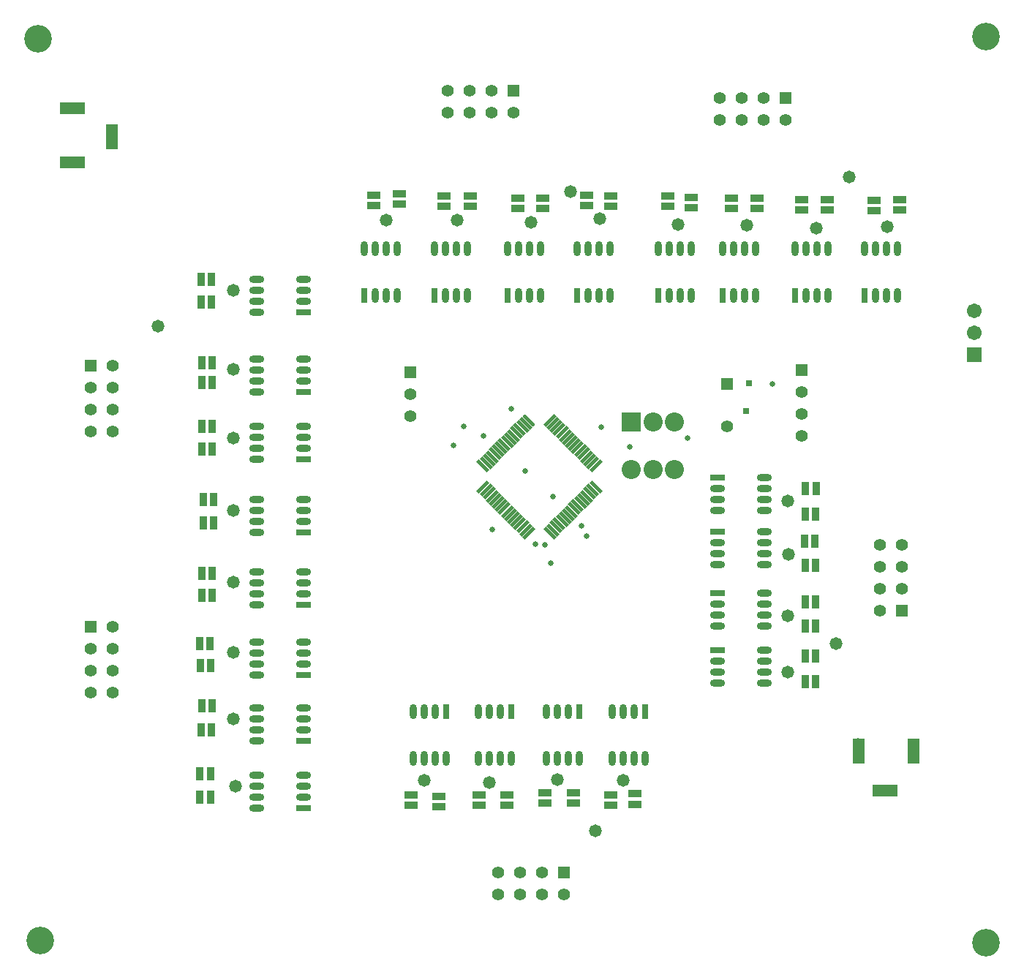
<source format=gts>
%FSTAX23Y23*%
%MOIN*%
%SFA1B1*%

%IPPOS*%
%AMD29*
4,1,4,0.030700,0.018100,0.018100,0.030700,-0.030700,-0.018100,-0.018100,-0.030700,0.030700,0.018100,0.0*
%
%AMD30*
4,1,4,-0.018100,0.030700,-0.030700,0.018100,0.018100,-0.030700,0.030700,-0.018100,-0.018100,0.030700,0.0*
%
%AMD31*
4,1,4,-0.011700,0.024300,-0.024300,0.011700,0.011700,-0.024300,0.024300,-0.011700,-0.011700,0.024300,0.0*
1,1,0.017843,-0.018000,0.018000*
1,1,0.017843,0.018000,-0.018000*
%
%ADD23R,0.059181X0.035559*%
%ADD24R,0.035559X0.059181*%
%ADD25R,0.031622X0.069023*%
%ADD26O,0.031622X0.069023*%
%ADD27R,0.069023X0.031622*%
%ADD28O,0.069023X0.031622*%
G04~CAMADD=29~9~0.0~0.0~178.4~690.2~0.0~0.0~0~0.0~0.0~0.0~0.0~0~0.0~0.0~0.0~0.0~0~0.0~0.0~0.0~315.0~614.0~613.0*
%ADD29D29*%
G04~CAMADD=30~9~0.0~0.0~178.4~690.2~0.0~0.0~0~0.0~0.0~0.0~0.0~0~0.0~0.0~0.0~0.0~0~0.0~0.0~0.0~45.0~614.0~613.0*
%ADD30D30*%
G04~CAMADD=31~3~0.0~0.0~178.4~690.2~0.0~0.0~0~0.0~0.0~0.0~0.0~0~0.0~0.0~0.0~0.0~0~0.0~0.0~0.0~45.0~538.0~538.0*
%ADD31D31*%
%ADD32R,0.031622X0.027685*%
%ADD33R,0.055244X0.055244*%
%ADD34C,0.055244*%
%ADD35R,0.086740X0.086740*%
%ADD36C,0.086740*%
%ADD37C,0.126110*%
%ADD38R,0.067055X0.067055*%
%ADD39C,0.067055*%
%ADD40R,0.114299X0.055244*%
%ADD41R,0.055244X0.114299*%
%ADD42R,0.055244X0.055244*%
%ADD43C,0.026000*%
%ADD44C,0.058000*%
%LNpcb1-1*%
%LPD*%
G54D23*
X0551Y03831D03*
Y03878D03*
X04465Y01143D03*
Y01096D03*
X05915Y03821D03*
Y03868D03*
X0525Y03831D03*
Y03878D03*
X0494Y03821D03*
Y03868D03*
X0514Y03836D03*
Y03883D03*
X0417Y03836D03*
Y03883D03*
X0461Y03831D03*
Y03878D03*
X0449Y03831D03*
Y03878D03*
X04825Y03821D03*
Y03868D03*
X06565Y03816D03*
Y03863D03*
X04285Y03841D03*
Y03888D03*
X0645Y03811D03*
Y03858D03*
X058Y03821D03*
Y03868D03*
X05615Y03826D03*
Y03873D03*
X0612Y03816D03*
Y03863D03*
X06235Y03816D03*
Y03863D03*
X0434Y01148D03*
Y01101D03*
X0465Y0115D03*
Y01102D03*
X0495Y0116D03*
Y01112D03*
X0525Y01148D03*
Y01101D03*
X04775Y0115D03*
Y01102D03*
X0508Y01158D03*
Y01111D03*
X0536Y01155D03*
Y01107D03*
G54D24*
X06136Y0243D03*
X06183D03*
X06137Y02545D03*
X06185D03*
X03425Y0114D03*
X03377D03*
X06135Y02195D03*
X06182D03*
X06131Y02305D03*
X06178D03*
X06136Y0192D03*
X06183D03*
X06135Y0203D03*
X06182D03*
X03422Y0184D03*
X03375D03*
X03432Y0206D03*
X03385D03*
X03432Y0216D03*
X03385D03*
X0343Y01445D03*
X03383D03*
X03425Y0174D03*
X03378D03*
X03438Y0239D03*
X03391D03*
X03433Y0283D03*
X03386D03*
X03433Y0312D03*
X03386D03*
X03425Y01245D03*
X03377D03*
X03432Y01555D03*
X03385D03*
X03438Y02495D03*
X03391D03*
X03433Y02725D03*
X03386D03*
X03433Y0303D03*
X03386D03*
X0343Y03395D03*
X03382D03*
X0343Y035D03*
X03382D03*
X06136Y01782D03*
X06183D03*
X06136Y01665D03*
X06183D03*
G54D25*
X06405Y03427D03*
X05405Y0153D03*
X05105D03*
X04795D03*
X045D03*
X0478Y03427D03*
X05095D03*
X05465D03*
X0576D03*
X04125D03*
X04445D03*
X0609D03*
G54D26*
X06455Y03427D03*
X06505D03*
X06555D03*
X06405Y0364D03*
X06455D03*
X06505D03*
X06555D03*
X05355Y0153D03*
X05305D03*
X05255D03*
X05405Y01317D03*
X05355D03*
X05305D03*
X05255D03*
X05055Y0153D03*
X05005D03*
X04955D03*
X05105Y01317D03*
X05055D03*
X05005D03*
X04955D03*
X04745Y0153D03*
X04695D03*
X04645D03*
X04795Y01317D03*
X04745D03*
X04695D03*
X04645D03*
X0445Y0153D03*
X044D03*
X0435D03*
X045Y01317D03*
X0445D03*
X044D03*
X0435D03*
X0483Y03427D03*
X0488D03*
X0493D03*
X0478Y0364D03*
X0483D03*
X0488D03*
X0493D03*
X05145Y03427D03*
X05195D03*
X05245D03*
X05095Y0364D03*
X05145D03*
X05195D03*
X05245D03*
X05515Y03427D03*
X05565D03*
X05615D03*
X05465Y0364D03*
X05515D03*
X05565D03*
X05615D03*
X0581Y03427D03*
X0586D03*
X0591D03*
X0576Y0364D03*
X0581D03*
X0586D03*
X0591D03*
X04175Y03427D03*
X04225D03*
X04275D03*
X04125Y0364D03*
X04175D03*
X04225D03*
X04275D03*
X04495Y03427D03*
X04545D03*
X04595D03*
X04445Y0364D03*
X04495D03*
X04545D03*
X04595D03*
X0614Y03427D03*
X0619D03*
X0624D03*
X0609Y0364D03*
X0614D03*
X0619D03*
X0624D03*
G54D27*
X05737Y02595D03*
Y0207D03*
Y0181D03*
X0385Y0109D03*
Y01395D03*
Y01695D03*
Y02015D03*
Y02345D03*
Y0268D03*
Y02985D03*
Y0335D03*
X05737Y0235D03*
G54D28*
X05737Y02545D03*
Y02495D03*
Y02445D03*
X0595Y02595D03*
Y02545D03*
Y02495D03*
Y02445D03*
X05737Y0202D03*
Y0197D03*
Y0192D03*
X0595Y0207D03*
Y0202D03*
Y0197D03*
Y0192D03*
X05737Y0176D03*
Y0171D03*
Y0166D03*
X0595Y0181D03*
Y0176D03*
Y0171D03*
Y0166D03*
X0385Y0114D03*
Y0119D03*
Y0124D03*
X03637Y0109D03*
Y0114D03*
Y0119D03*
Y0124D03*
X0385Y01445D03*
Y01495D03*
Y01545D03*
X03637Y01395D03*
Y01445D03*
Y01495D03*
Y01545D03*
X0385Y01745D03*
Y01795D03*
Y01845D03*
X03637Y01695D03*
Y01745D03*
Y01795D03*
Y01845D03*
X0385Y02065D03*
Y02115D03*
Y02165D03*
X03637Y02015D03*
Y02065D03*
Y02115D03*
Y02165D03*
X0385Y02395D03*
Y02445D03*
Y02495D03*
X03637Y02345D03*
Y02395D03*
Y02445D03*
Y02495D03*
X0385Y0273D03*
Y0278D03*
Y0283D03*
X03637Y0268D03*
Y0273D03*
Y0278D03*
Y0283D03*
X0385Y03035D03*
Y03085D03*
Y03135D03*
X03637Y02985D03*
Y03035D03*
Y03085D03*
Y03135D03*
X0385Y034D03*
Y0345D03*
Y035D03*
X03637Y0335D03*
Y034D03*
Y0345D03*
Y035D03*
X05737Y023D03*
Y0225D03*
Y022D03*
X0595Y0235D03*
Y023D03*
Y0225D03*
Y022D03*
G54D29*
X04972Y02857D03*
X04986Y02843D03*
X05Y02829D03*
X05014Y02815D03*
X05028Y02801D03*
X05042Y02787D03*
X05056Y02773D03*
X0507Y0276D03*
X05083Y02746D03*
X05097Y02732D03*
X05111Y02718D03*
X05125Y02704D03*
X05139Y0269D03*
X05153Y02676D03*
X05167Y02662D03*
X05181Y02648D03*
X04876Y02343D03*
X04862Y02357D03*
X04848Y02371D03*
X04834Y02385D03*
X0482Y02399D03*
X04806Y02413D03*
X04792Y02427D03*
X04778Y0244D03*
X04764Y02454D03*
X0475Y02468D03*
X04737Y02482D03*
X04723Y02496D03*
X04709Y0251D03*
X04695Y02524D03*
X04681Y02538D03*
X04667Y02552D03*
G54D30*
X05181Y02552D03*
X05167Y02538D03*
X05153Y02524D03*
X05139Y0251D03*
X05125Y02496D03*
X05111Y02482D03*
X05097Y02468D03*
X05083Y02454D03*
X0507Y0244D03*
X05056Y02427D03*
X05042Y02413D03*
X05028Y02399D03*
X05014Y02385D03*
X05Y02371D03*
X04986Y02357D03*
X04972Y02343D03*
X04667Y02648D03*
X04681Y02662D03*
X04695Y02676D03*
X04709Y0269D03*
X04723Y02704D03*
X04737Y02718D03*
X0475Y02732D03*
X04764Y02746D03*
X04778Y0276D03*
X04792Y02773D03*
X04806Y02787D03*
X0482Y02801D03*
X04834Y02815D03*
X04848Y02829D03*
X04862Y02843D03*
G54D31*
X04876Y02857D03*
G54D32*
X0588Y03025D03*
X05865Y029D03*
G54D33*
X0612Y03085D03*
X04335Y03075D03*
X06575Y0199D03*
X0288Y01915D03*
Y03105D03*
G54D34*
X0612Y02985D03*
Y02885D03*
Y02785D03*
X0578Y0283D03*
X05745Y04225D03*
X05845D03*
X05945D03*
X06045D03*
X05745Y04325D03*
X05845D03*
X05945D03*
X04335Y02975D03*
Y02875D03*
X06475Y0229D03*
Y0219D03*
Y0209D03*
Y0199D03*
X06575Y0229D03*
Y0219D03*
Y0209D03*
X04935Y00795D03*
X04835D03*
X04735D03*
X05035Y00695D03*
X04935D03*
X04835D03*
X04735D03*
X0288Y01815D03*
Y01715D03*
Y01615D03*
X0298Y01915D03*
Y01815D03*
Y01715D03*
Y01615D03*
X0288Y03005D03*
Y02905D03*
Y02805D03*
X0298Y03105D03*
Y03005D03*
Y02905D03*
Y02805D03*
X04705Y0436D03*
X04605D03*
X04505D03*
X04805Y0426D03*
X04705D03*
X04605D03*
X04505D03*
G54D35*
X05343Y0285D03*
G54D36*
X05441Y0285D03*
X0554D03*
X05343Y02633D03*
X05441D03*
X0554D03*
G54D37*
X0264Y04595D03*
X0696Y04605D03*
Y00475D03*
X0265Y00485D03*
G54D38*
X06905Y03155D03*
G54D39*
X06905Y03255D03*
Y03355D03*
G54D40*
X02795Y04279D03*
Y04031D03*
X06498Y01168D03*
G54D41*
X02976Y04149D03*
X06628Y0135D03*
X0638D03*
G54D42*
X0578Y03022D03*
X06045Y04325D03*
X05035Y00795D03*
X04805Y0436D03*
G54D43*
X0458Y0283D03*
X04977Y02207D03*
X05335Y02735D03*
X05985Y03022D03*
X056Y02775D03*
X0486Y02625D03*
X06381Y0139D03*
X06376Y01395D03*
X05115Y02375D03*
X04985Y0251D03*
X0495Y0229D03*
X04907Y02292D03*
X0514Y0233D03*
X04709Y0236D03*
X0467Y02785D03*
X04795Y0291D03*
X05205Y02825D03*
X04532Y02743D03*
G54D44*
X0353Y02445D03*
X0518Y00985D03*
X044Y01215D03*
X04695Y01207D03*
X05305Y01215D03*
X05005Y0122D03*
X06275Y0184D03*
X06055Y0171D03*
Y01965D03*
X0606Y02245D03*
X06055Y0249D03*
X06335Y03965D03*
X0651Y0374D03*
X06185Y03733D03*
X0587Y03745D03*
X05555Y0375D03*
X05065Y039D03*
X052Y03775D03*
X04885Y0376D03*
X0455Y0377D03*
X04225D03*
X0354Y0119D03*
X0353Y01495D03*
Y018D03*
Y0212D03*
Y02775D03*
X03185Y03285D03*
X0353Y0309D03*
Y0345D03*
M02*
</source>
